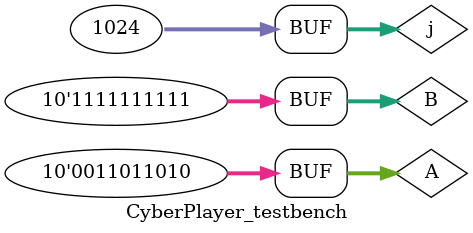
<source format=sv>

module CyberPlayer(A, B, out);

	//input logic clk, reset;
	input logic [9:0] A, B;
	output logic out;
	//logic temp;
	
	

	always_comb begin
		out = A > B;
	end
			
endmodule 


// This module simulates the function 
// of module CyberPlayer
module CyberPlayer_testbench();

	logic [9:0] A, B;
	logic out;
	
	CyberPlayer dut (.A, .B, .out);
	
	
	integer j = 0;
	initial begin 
		A = 10'b0011011010;
		for (j = 0; j < 2**10; j++) begin
		
			B = j; #10;
		end
	end
	
endmodule


</source>
